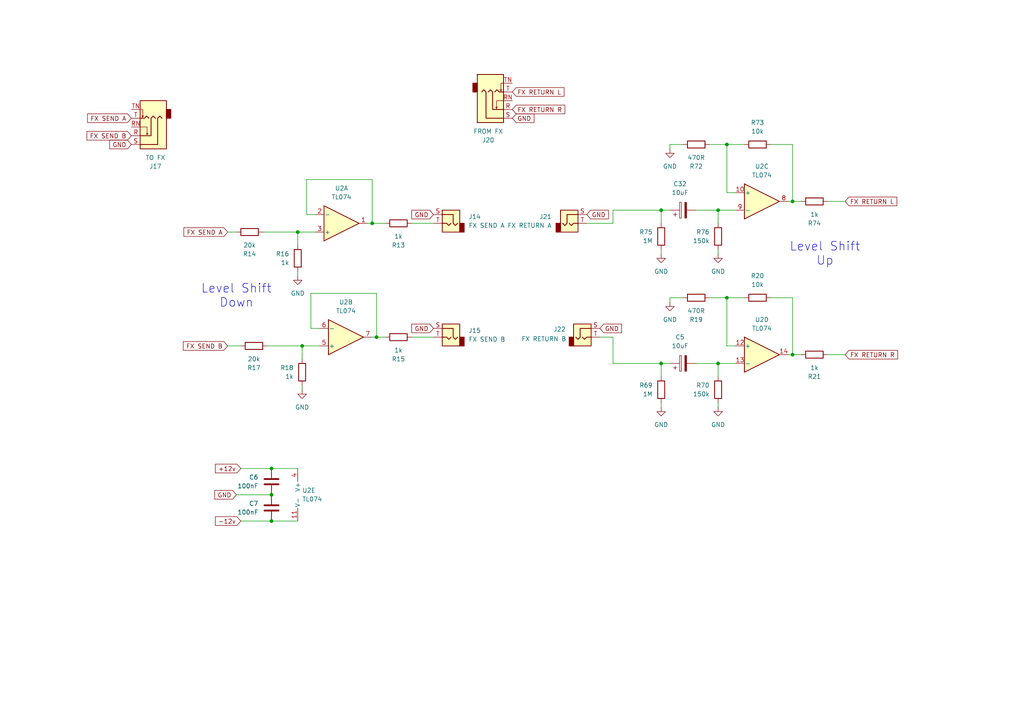
<source format=kicad_sch>
(kicad_sch (version 20231120) (generator "eeschema") (generator_version "8.0")
  (paper "A4")
  (title_block (title "Audio Thing Template") (rev "1.0") (company "velvia-fifty") (comment 1 "https://github.com/velvia-fifty/AudioThings") (comment 2 "You should have changed this already :)") (comment 4 "Stay humble"))
  (lib_symbols
    (symbol "Amplifier_Operational:TL074" (pin_names (offset 0.127))
      (property "Reference" "U" (at 0 5.08 0))
      (property "Value" "TL074" (at 0 -5.08 0))
      (symbol "TL074_1_1"
        (polyline (pts (xy -5.08 5.08) (xy 5.08 0) (xy -5.08 -5.08) (xy -5.08 5.08)) (stroke (width 0.254)) (fill (type background)))
        (pin output line (at 7.62 0 180) (length 2.54) (name "~") (number "1"))
        (pin input line (at -7.62 -2.54 0) (length 2.54) (name "-") (number "2"))
        (pin input line (at -7.62 2.54 0) (length 2.54) (name "+") (number "3"))
      )
      (symbol "TL074_2_1"
        (polyline (pts (xy -5.08 5.08) (xy 5.08 0) (xy -5.08 -5.08) (xy -5.08 5.08)) (stroke (width 0.254)) (fill (type background)))
        (pin input line (at -7.62 2.54 0) (length 2.54) (name "+") (number "5"))
        (pin input line (at -7.62 -2.54 0) (length 2.54) (name "-") (number "6"))
        (pin output line (at 7.62 0 180) (length 2.54) (name "~") (number "7"))
      )
      (symbol "TL074_3_1"
        (polyline (pts (xy -5.08 5.08) (xy 5.08 0) (xy -5.08 -5.08) (xy -5.08 5.08)) (stroke (width 0.254)) (fill (type background)))
        (pin input line (at -7.62 2.54 0) (length 2.54) (name "+") (number "10"))
        (pin output line (at 7.62 0 180) (length 2.54) (name "~") (number "8"))
        (pin input line (at -7.62 -2.54 0) (length 2.54) (name "-") (number "9"))
      )
      (symbol "TL074_4_1"
        (polyline (pts (xy -5.08 5.08) (xy 5.08 0) (xy -5.08 -5.08) (xy -5.08 5.08)) (stroke (width 0.254)) (fill (type background)))
        (pin input line (at -7.62 2.54 0) (length 2.54) (name "+") (number "12"))
        (pin input line (at -7.62 -2.54 0) (length 2.54) (name "-") (number "13"))
        (pin output line (at 7.62 0 180) (length 2.54) (name "~") (number "14"))
      )
      (symbol "TL074_5_1"
        (pin power_in line (at -2.54 -7.62 90) (length 3.81) (name "V-") (number "11"))
        (pin power_in line (at -2.54 7.62 270) (length 3.81) (name "V+") (number "4"))
      )
    )
    (symbol "Connector_Audio:AudioJack2"
      (property "Reference" "J" (at 0 8.89 0))
      (property "Value" "AudioJack2" (at 0 6.35 0))
      (symbol "AudioJack2_0_1"
        (rectangle (start -3.81 0) (end -2.54 -2.54) (stroke (width 0.254)) (fill (type outline)))
        (rectangle (start -2.54 3.81) (end 2.54 -2.54) (stroke (width 0.254)) (fill (type background)))
        (polyline (pts (xy 0 0) (xy 0.635 -0.635) (xy 1.27 0) (xy 2.54 0)) (stroke (width 0.254)))
        (polyline (pts (xy 2.54 2.54) (xy -0.635 2.54) (xy -0.635 0) (xy -1.27 -0.635) (xy -1.905 0)) (stroke (width 0.254)))
      )
      (symbol "AudioJack2_1_1"
        (pin passive line (at 5.08 2.54 180) (length 2.54) (name "~") (number "S"))
        (pin passive line (at 5.08 0 180) (length 2.54) (name "~") (number "T"))
      )
    )
    (symbol "Connector_Audio:AudioJack3_SwitchTR"
      (property "Reference" "J" (at 0 8.89 0))
      (property "Value" "AudioJack3_SwitchTR" (at 0 6.35 0))
      (symbol "AudioJack3_SwitchTR_0_1"
        (rectangle (start -5.08 -5.08) (end -6.35 -7.62) (stroke (width 0.254)) (fill (type outline)))
        (polyline (pts (xy 0.508 -0.254) (xy 0.762 -0.762)))
        (polyline (pts (xy 1.778 -5.334) (xy 2.032 -5.842)))
        (polyline (pts (xy 0 -5.08) (xy 0.635 -5.715) (xy 1.27 -5.08) (xy 2.54 -5.08)) (stroke (width 0.254)))
        (polyline (pts (xy 2.54 -7.62) (xy 1.778 -7.62) (xy 1.778 -5.334) (xy 1.524 -5.842)))
        (polyline (pts (xy 2.54 -2.54) (xy 0.508 -2.54) (xy 0.508 -0.254) (xy 0.254 -0.762)))
        (polyline (pts (xy -1.905 -5.08) (xy -1.27 -5.715) (xy -0.635 -5.08) (xy -0.635 0) (xy 2.54 0)) (stroke (width 0.254)))
        (polyline (pts (xy 2.54 2.54) (xy -2.54 2.54) (xy -2.54 -5.08) (xy -3.175 -5.715) (xy -3.81 -5.08)) (stroke (width 0.254)))
        (rectangle (start 2.54 3.81) (end -5.08 -10.16) (stroke (width 0.254)) (fill (type background)))
      )
      (symbol "AudioJack3_SwitchTR_1_1"
        (pin passive line (at 5.08 0 180) (length 2.54) (name "~") (number "R"))
        (pin passive line (at 5.08 -2.54 180) (length 2.54) (name "~") (number "RN"))
        (pin passive line (at 5.08 2.54 180) (length 2.54) (name "~") (number "S"))
        (pin passive line (at 5.08 -5.08 180) (length 2.54) (name "~") (number "T"))
        (pin passive line (at 5.08 -7.62 180) (length 2.54) (name "~") (number "TN"))
      )
    )
    (symbol "Device:C" (pin_numbers hide) (pin_names (offset 0.254))
      (property "Reference" "C" (at 0.635 2.54 0))
      (property "Value" "C" (at 0.635 -2.54 0))
      (symbol "C_0_1"
        (polyline (pts (xy -2.032 -0.762) (xy 2.032 -0.762)) (stroke (width 0.508)))
        (polyline (pts (xy -2.032 0.762) (xy 2.032 0.762)) (stroke (width 0.508)))
      )
      (symbol "C_1_1"
        (pin passive line (at 0 3.81 270) (length 2.794) (name "~") (number "1"))
        (pin passive line (at 0 -3.81 90) (length 2.794) (name "~") (number "2"))
      )
    )
    (symbol "Device:C_Polarized" (pin_numbers hide) (pin_names (offset 0.254))
      (property "Reference" "C" (at 0.635 2.54 0))
      (property "Value" "C_Polarized" (at 0.635 -2.54 0))
      (symbol "C_Polarized_0_1"
        (rectangle (start -2.286 0.508) (end 2.286 1.016))
        (polyline (pts (xy -1.778 2.286) (xy -0.762 2.286)))
        (polyline (pts (xy -1.27 2.794) (xy -1.27 1.778)))
        (rectangle (start 2.286 -0.508) (end -2.286 -1.016) (fill (type outline)))
      )
      (symbol "C_Polarized_1_1"
        (pin passive line (at 0 3.81 270) (length 2.794) (name "~") (number "1"))
        (pin passive line (at 0 -3.81 90) (length 2.794) (name "~") (number "2"))
      )
    )
    (symbol "Device:R" (pin_numbers hide) (pin_names (offset 0))
      (property "Reference" "R" (at 2.032 0 90))
      (property "Value" "R" (at 0 0 90))
      (symbol "R_0_1"
        (rectangle (start -1.016 -2.54) (end 1.016 2.54) (stroke (width 0.254)))
      )
      (symbol "R_1_1"
        (pin passive line (at 0 3.81 270) (length 1.27) (name "~") (number "1"))
        (pin passive line (at 0 -3.81 90) (length 1.27) (name "~") (number "2"))
      )
    )
    (symbol "power:GND" (power) (pin_numbers hide) (pin_names (offset 0) hide)
      (property "Value" "GND" (at 0 -3.81 0))
      (symbol "GND_0_1"
        (polyline (pts (xy 0 0) (xy 0 -1.27) (xy 1.27 -1.27) (xy 0 -2.54) (xy -1.27 -1.27) (xy 0 -1.27)))
      )
      (symbol "GND_1_1"
        (pin power_in line (at 0 0 270) (length 0) (name "~") (number "1"))
      )
    )
  )
  (junction (at 191.77 60.96))
  (junction (at 210.82 86.36))
  (junction (at 208.28 105.41))
  (junction (at 208.28 60.96))
  (junction (at 210.82 41.91))
  (junction (at 86.36 67.31))
  (junction (at 78.74 135.89))
  (junction (at 191.77 105.41))
  (junction (at 109.22 97.79))
  (junction (at 87.63 100.33))
  (junction (at 229.87 102.87))
  (junction (at 78.74 151.13))
  (junction (at 229.87 58.42))
  (junction (at 107.95 64.77))
  (junction (at 78.74 143.51))
  (wire (pts (xy 68.58 143.51) (xy 78.74 143.51)))
  (wire (pts (xy 107.95 52.07) (xy 107.95 64.77)))
  (wire (pts (xy 191.77 60.96) (xy 194.31 60.96)))
  (wire (pts (xy 229.87 58.42) (xy 228.6 58.42)))
  (wire (pts (xy 90.17 85.09) (xy 109.22 85.09)))
  (wire (pts (xy 191.77 109.22) (xy 191.77 105.41)))
  (wire (pts (xy 191.77 72.39) (xy 191.77 73.66)))
  (wire (pts (xy 210.82 55.88) (xy 210.82 41.91)))
  (wire (pts (xy 177.8 105.41) (xy 177.8 97.79)))
  (wire (pts (xy 91.44 62.23) (xy 88.9 62.23)))
  (wire (pts (xy 119.38 97.79) (xy 125.73 97.79)))
  (wire (pts (xy 76.2 67.31) (xy 86.36 67.31)))
  (wire (pts (xy 173.99 97.79) (xy 177.8 97.79)))
  (wire (pts (xy 191.77 105.41) (xy 194.31 105.41)))
  (wire (pts (xy 205.74 41.91) (xy 210.82 41.91)))
  (wire (pts (xy 208.28 72.39) (xy 208.28 73.66)))
  (wire (pts (xy 177.8 60.96) (xy 191.77 60.96)))
  (wire (pts (xy 191.77 116.84) (xy 191.77 118.11)))
  (wire (pts (xy 232.41 102.87) (xy 229.87 102.87)))
  (wire (pts (xy 87.63 111.76) (xy 87.63 113.03)))
  (wire (pts (xy 191.77 64.77) (xy 191.77 60.96)))
  (wire (pts (xy 210.82 41.91) (xy 215.9 41.91)))
  (wire (pts (xy 208.28 64.77) (xy 208.28 60.96)))
  (wire (pts (xy 245.11 58.42) (xy 240.03 58.42)))
  (wire (pts (xy 194.31 41.91) (xy 198.12 41.91)))
  (wire (pts (xy 78.74 135.89) (xy 86.36 135.89)))
  (wire (pts (xy 88.9 62.23) (xy 88.9 52.07)))
  (wire (pts (xy 92.71 95.25) (xy 90.17 95.25)))
  (wire (pts (xy 177.8 64.77) (xy 177.8 60.96)))
  (wire (pts (xy 208.28 109.22) (xy 208.28 105.41)))
  (wire (pts (xy 177.8 105.41) (xy 191.77 105.41)))
  (wire (pts (xy 223.52 41.91) (xy 229.87 41.91)))
  (wire (pts (xy 86.36 78.74) (xy 86.36 80.01)))
  (wire (pts (xy 109.22 85.09) (xy 109.22 97.79)))
  (wire (pts (xy 229.87 86.36) (xy 229.87 102.87)))
  (wire (pts (xy 111.76 64.77) (xy 107.95 64.77)))
  (wire (pts (xy 88.9 52.07) (xy 107.95 52.07)))
  (wire (pts (xy 66.04 67.31) (xy 68.58 67.31)))
  (wire (pts (xy 210.82 86.36) (xy 215.9 86.36)))
  (wire (pts (xy 205.74 86.36) (xy 210.82 86.36)))
  (wire (pts (xy 77.47 100.33) (xy 87.63 100.33)))
  (wire (pts (xy 213.36 60.96) (xy 208.28 60.96)))
  (wire (pts (xy 69.85 135.89) (xy 78.74 135.89)))
  (wire (pts (xy 213.36 100.33) (xy 210.82 100.33)))
  (wire (pts (xy 213.36 105.41) (xy 208.28 105.41)))
  (wire (pts (xy 194.31 87.63) (xy 194.31 86.36)))
  (wire (pts (xy 229.87 41.91) (xy 229.87 58.42)))
  (wire (pts (xy 106.68 64.77) (xy 107.95 64.77)))
  (wire (pts (xy 78.74 151.13) (xy 86.36 151.13)))
  (wire (pts (xy 66.04 100.33) (xy 69.85 100.33)))
  (wire (pts (xy 92.71 100.33) (xy 87.63 100.33)))
  (wire (pts (xy 91.44 67.31) (xy 86.36 67.31)))
  (wire (pts (xy 223.52 86.36) (xy 229.87 86.36)))
  (wire (pts (xy 87.63 100.33) (xy 87.63 104.14)))
  (wire (pts (xy 208.28 60.96) (xy 201.93 60.96)))
  (wire (pts (xy 69.85 151.13) (xy 78.74 151.13)))
  (wire (pts (xy 170.18 64.77) (xy 177.8 64.77)))
  (wire (pts (xy 208.28 105.41) (xy 201.93 105.41)))
  (wire (pts (xy 125.73 64.77) (xy 119.38 64.77)))
  (wire (pts (xy 213.36 55.88) (xy 210.82 55.88)))
  (wire (pts (xy 111.76 97.79) (xy 109.22 97.79)))
  (wire (pts (xy 232.41 58.42) (xy 229.87 58.42)))
  (wire (pts (xy 107.95 97.79) (xy 109.22 97.79)))
  (wire (pts (xy 245.11 102.87) (xy 240.03 102.87)))
  (wire (pts (xy 208.28 116.84) (xy 208.28 118.11)))
  (wire (pts (xy 229.87 102.87) (xy 228.6 102.87)))
  (wire (pts (xy 194.31 43.18) (xy 194.31 41.91)))
  (wire (pts (xy 90.17 95.25) (xy 90.17 85.09)))
  (wire (pts (xy 210.82 100.33) (xy 210.82 86.36)))
  (wire (pts (xy 194.31 86.36) (xy 198.12 86.36)))
  (wire (pts (xy 86.36 67.31) (xy 86.36 71.12)))
  (text "Level Shift\nDown" (at 68.58 85.852 0) (effects (font (size 2.54 2.54))))
  (text "Level Shift\nUp" (at 239.268 73.66 0) (effects (font (size 2.54 2.54))))
  (global_label "FX SEND A" (shape input) (at 66.04 67.31 180) (property "Intersheetrefs" "${INTERSHEET_REFS}" (effects (hide yes))))
  (global_label "GND" (shape input) (at 173.99 95.25 0) (property "Intersheetrefs" "${INTERSHEET_REFS}" (effects (hide yes))))
  (global_label "FX RETURN R" (shape input) (at 148.59 31.75 0) (property "Intersheetrefs" "${INTERSHEET_REFS}" (effects (hide yes))))
  (global_label "GND" (shape input) (at 125.73 62.23 180) (property "Intersheetrefs" "${INTERSHEET_REFS}" (effects (hide yes))))
  (global_label "GND" (shape input) (at 125.73 95.25 180) (property "Intersheetrefs" "${INTERSHEET_REFS}" (effects (hide yes))))
  (global_label "GND" (shape input) (at 68.58 143.51 180) (property "Intersheetrefs" "${INTERSHEET_REFS}" (effects (hide yes))))
  (global_label "FX SEND A" (shape input) (at 38.1 34.29 180) (property "Intersheetrefs" "${INTERSHEET_REFS}" (effects (hide yes))))
  (global_label "GND" (shape input) (at 38.1 41.91 180) (property "Intersheetrefs" "${INTERSHEET_REFS}" (effects (hide yes))))
  (global_label "FX SEND B" (shape input) (at 66.04 100.33 180) (property "Intersheetrefs" "${INTERSHEET_REFS}" (effects (hide yes))))
  (global_label "-12v" (shape input) (at 69.85 151.13 180) (property "Intersheetrefs" "${INTERSHEET_REFS}" (effects (hide yes))))
  (global_label "FX SEND B" (shape input) (at 38.1 39.37 180) (property "Intersheetrefs" "${INTERSHEET_REFS}" (effects (hide yes))))
  (global_label "FX RETURN R" (shape input) (at 245.11 102.87 0) (property "Intersheetrefs" "${INTERSHEET_REFS}" (effects (hide yes))))
  (global_label "+12v" (shape input) (at 69.85 135.89 180) (property "Intersheetrefs" "${INTERSHEET_REFS}" (effects (hide yes))))
  (global_label "GND" (shape input) (at 148.59 34.29 0) (property "Intersheetrefs" "${INTERSHEET_REFS}" (effects (hide yes))))
  (global_label "FX RETURN L" (shape input) (at 148.59 26.67 0) (property "Intersheetrefs" "${INTERSHEET_REFS}" (effects (hide yes))))
  (global_label "FX RETURN L" (shape input) (at 245.11 58.42 0) (property "Intersheetrefs" "${INTERSHEET_REFS}" (effects (hide yes))))
  (global_label "GND" (shape input) (at 170.18 62.23 0) (property "Intersheetrefs" "${INTERSHEET_REFS}" (effects (hide yes))))
  (symbol (lib_id "Amplifier_Operational:TL074") (at 220.98 102.87 0) (unit 4)
    (property "Reference" "U2" (at 220.98 92.71 0))
    (property "Value" "TL074" (at 220.98 95.25 0))
    (property "Footprint" "Package_SO:TSSOP-14_4.4x5mm_P0.65mm" (effects (hide yes)))
    (property "Datasheet" "http://www.ti.com/lit/ds/symlink/tl071.pdf" (effects (hide yes)))
    (property "Description" "Quad Low-Noise JFET-Input Operational Amplifiers, DIP-14/SOIC-14" (effects (hide yes)))
  )
  (symbol (lib_id "Device:R") (at 191.77 113.03 0) (mirror x) (unit 1)
    (property "Reference" "R69" (at 189.3116 111.7599 0) (effects (justify right)))
    (property "Value" "1M" (at 189.3116 114.2999 0) (effects (justify right)))
    (property "Footprint" "Resistor_SMD:R_0805_2012Metric_Pad1.20x1.40mm_HandSolder" (effects (hide yes)))
    (property "Description" "Resistor" (effects (hide yes)))
  )
  (symbol (lib_id "Device:R") (at 208.28 113.03 0) (mirror x) (unit 1)
    (property "Reference" "R70" (at 205.8216 111.7599 0) (effects (justify right)))
    (property "Value" "150k" (at 205.8216 114.2999 0) (effects (justify right)))
    (property "Footprint" "Resistor_SMD:R_0805_2012Metric_Pad1.20x1.40mm_HandSolder" (effects (hide yes)))
    (property "Description" "Resistor" (effects (hide yes)))
  )
  (symbol (lib_id "power:GND") (at 194.31 43.18 0) (unit 1)
    (property "Reference" "#PWR030" (effects (hide yes)))
    (property "Value" "GND" (at 194.31 48.26 0))
    (property "Description" "Power symbol creates a global label with name \"GND\" , ground" (effects (hide yes)))
  )
  (symbol (lib_id "power:GND") (at 86.36 80.01 0) (unit 1)
    (property "Reference" "#PWR026" (effects (hide yes)))
    (property "Value" "GND" (at 86.36 85.09 0))
    (property "Description" "Power symbol creates a global label with name \"GND\" , ground" (effects (hide yes)))
  )
  (symbol (lib_id "Device:C_Polarized") (at 198.12 60.96 90) (unit 1)
    (property "Reference" "C32" (at 197.231 53.34 90))
    (property "Value" "10uF" (at 197.231 55.88 90))
    (property "Footprint" "Capacitor_SMD:CP_Elec_5x5.4" (effects (hide yes)))
    (property "Datasheet" "https://www.digikey.com/en/products/detail/nichicon/UUQ1V100MCL1GB/1963930" (effects (hide yes)))
    (property "Description" "Polarized capacitor" (effects (hide yes)))
  )
  (symbol (lib_id "power:GND") (at 87.63 113.03 0) (unit 1)
    (property "Reference" "#PWR027" (effects (hide yes)))
    (property "Value" "GND" (at 87.63 118.11 0))
    (property "Description" "Power symbol creates a global label with name \"GND\" , ground" (effects (hide yes)))
  )
  (symbol (lib_id "Device:R") (at 72.39 67.31 90) (mirror x) (unit 1)
    (property "Reference" "R14" (at 72.39 73.66 90))
    (property "Value" "20k" (at 72.39 71.12 90))
    (property "Footprint" "Resistor_SMD:R_0805_2012Metric_Pad1.20x1.40mm_HandSolder" (effects (hide yes)))
    (property "Description" "Resistor" (effects (hide yes)))
  )
  (symbol (lib_id "Device:R") (at 201.93 41.91 90) (mirror x) (unit 1)
    (property "Reference" "R72" (at 201.93 48.26 90))
    (property "Value" "470R" (at 201.93 45.72 90))
    (property "Footprint" "Resistor_SMD:R_0805_2012Metric_Pad1.20x1.40mm_HandSolder" (effects (hide yes)))
    (property "Description" "Resistor" (effects (hide yes)))
  )
  (symbol (lib_id "power:GND") (at 208.28 118.11 0) (unit 1)
    (property "Reference" "#PWR033" (effects (hide yes)))
    (property "Value" "GND" (at 208.28 123.19 0))
    (property "Description" "Power symbol creates a global label with name \"GND\" , ground" (effects (hide yes)))
  )
  (symbol (lib_id "Connector_Audio:AudioJack3_SwitchTR") (at 143.51 31.75 0) (mirror x) (unit 1)
    (property "Reference" "J20" (at 141.605 40.64 0))
    (property "Value" "FROM FX" (at 141.605 38.1 0))
    (property "Footprint" "AT-Footprints:SJ3-3505" (effects (hide yes)))
    (property "Description" "Audio Jack, 3 Poles (Stereo / TRS), Switched TR Poles (Normalling)" (effects (hide yes)))
  )
  (symbol (lib_id "Device:R") (at 208.28 68.58 0) (mirror x) (unit 1)
    (property "Reference" "R76" (at 205.8216 67.3099 0) (effects (justify right)))
    (property "Value" "150k" (at 205.8216 69.8499 0) (effects (justify right)))
    (property "Footprint" "Resistor_SMD:R_0805_2012Metric_Pad1.20x1.40mm_HandSolder" (effects (hide yes)))
    (property "Description" "Resistor" (effects (hide yes)))
  )
  (symbol (lib_id "power:GND") (at 194.31 87.63 0) (unit 1)
    (property "Reference" "#PWR028" (effects (hide yes)))
    (property "Value" "GND" (at 194.31 92.71 0))
    (property "Description" "Power symbol creates a global label with name \"GND\" , ground" (effects (hide yes)))
  )
  (symbol (lib_id "Device:R") (at 201.93 86.36 90) (mirror x) (unit 1)
    (property "Reference" "R19" (at 201.93 92.71 90))
    (property "Value" "470R" (at 201.93 90.17 90))
    (property "Footprint" "Resistor_SMD:R_0805_2012Metric_Pad1.20x1.40mm_HandSolder" (effects (hide yes)))
    (property "Description" "Resistor" (effects (hide yes)))
  )
  (symbol (lib_id "Device:R") (at 219.71 86.36 90) (unit 1)
    (property "Reference" "R20" (at 219.71 80.01 90))
    (property "Value" "10k" (at 219.71 82.55 90))
    (property "Footprint" "Resistor_SMD:R_0805_2012Metric_Pad1.20x1.40mm_HandSolder" (effects (hide yes)))
    (property "Description" "Resistor" (effects (hide yes)))
  )
  (symbol (lib_id "Connector_Audio:AudioJack3_SwitchTR") (at 43.18 39.37 180) (unit 1)
    (property "Reference" "J17" (at 45.085 48.26 0))
    (property "Value" "TO FX" (at 45.085 45.72 0))
    (property "Footprint" "AT-Footprints:SJ3-3505" (effects (hide yes)))
    (property "Description" "Audio Jack, 3 Poles (Stereo / TRS), Switched TR Poles (Normalling)" (effects (hide yes)))
  )
  (symbol (lib_id "Device:R") (at 236.22 102.87 90) (mirror x) (unit 1)
    (property "Reference" "R21" (at 236.22 109.22 90))
    (property "Value" "1k" (at 236.22 106.68 90))
    (property "Footprint" "Resistor_SMD:R_0805_2012Metric_Pad1.20x1.40mm_HandSolder" (effects (hide yes)))
    (property "Description" "Resistor" (effects (hide yes)))
  )
  (symbol (lib_id "Amplifier_Operational:TL074") (at 220.98 58.42 0) (unit 3)
    (property "Reference" "U2" (at 220.98 48.26 0))
    (property "Value" "TL074" (at 220.98 50.8 0))
    (property "Footprint" "Package_SO:TSSOP-14_4.4x5mm_P0.65mm" (effects (hide yes)))
    (property "Datasheet" "http://www.ti.com/lit/ds/symlink/tl071.pdf" (effects (hide yes)))
    (property "Description" "Quad Low-Noise JFET-Input Operational Amplifiers, DIP-14/SOIC-14" (effects (hide yes)))
  )
  (symbol (lib_id "Amplifier_Operational:TL074") (at 99.06 64.77 0) (mirror x) (unit 1)
    (property "Reference" "U2" (at 99.06 54.61 0))
    (property "Value" "TL074" (at 99.06 57.15 0))
    (property "Footprint" "Package_SO:TSSOP-14_4.4x5mm_P0.65mm" (effects (hide yes)))
    (property "Datasheet" "http://www.ti.com/lit/ds/symlink/tl071.pdf" (effects (hide yes)))
    (property "Description" "Quad Low-Noise JFET-Input Operational Amplifiers, DIP-14/SOIC-14" (effects (hide yes)))
  )
  (symbol (lib_id "power:GND") (at 191.77 118.11 0) (unit 1)
    (property "Reference" "#PWR029" (effects (hide yes)))
    (property "Value" "GND" (at 191.77 123.19 0))
    (property "Description" "Power symbol creates a global label with name \"GND\" , ground" (effects (hide yes)))
  )
  (symbol (lib_id "Amplifier_Operational:TL074") (at 100.33 97.79 0) (mirror x) (unit 2)
    (property "Reference" "U2" (at 100.33 87.63 0))
    (property "Value" "TL074" (at 100.33 90.17 0))
    (property "Footprint" "Package_SO:TSSOP-14_4.4x5mm_P0.65mm" (effects (hide yes)))
    (property "Datasheet" "http://www.ti.com/lit/ds/symlink/tl071.pdf" (effects (hide yes)))
    (property "Description" "Quad Low-Noise JFET-Input Operational Amplifiers, DIP-14/SOIC-14" (effects (hide yes)))
  )
  (symbol (lib_id "Device:R") (at 115.57 64.77 90) (mirror x) (unit 1)
    (property "Reference" "R13" (at 115.57 71.12 90))
    (property "Value" "1k" (at 115.57 68.58 90))
    (property "Footprint" "Resistor_SMD:R_0805_2012Metric_Pad1.20x1.40mm_HandSolder" (effects (hide yes)))
    (property "Description" "Resistor" (effects (hide yes)))
  )
  (symbol (lib_id "power:GND") (at 191.77 73.66 0) (unit 1)
    (property "Reference" "#PWR031" (effects (hide yes)))
    (property "Value" "GND" (at 191.77 78.74 0))
    (property "Description" "Power symbol creates a global label with name \"GND\" , ground" (effects (hide yes)))
  )
  (symbol (lib_id "power:GND") (at 208.28 73.66 0) (unit 1)
    (property "Reference" "#PWR032" (effects (hide yes)))
    (property "Value" "GND" (at 208.28 78.74 0))
    (property "Description" "Power symbol creates a global label with name \"GND\" , ground" (effects (hide yes)))
  )
  (symbol (lib_id "Device:C_Polarized") (at 198.12 105.41 90) (unit 1)
    (property "Reference" "C5" (at 197.231 97.79 90))
    (property "Value" "10uF" (at 197.231 100.33 90))
    (property "Footprint" "Capacitor_SMD:CP_Elec_5x5.4" (effects (hide yes)))
    (property "Datasheet" "https://www.digikey.com/en/products/detail/nichicon/UUQ1V100MCL1GB/1963930" (effects (hide yes)))
    (property "Description" "Polarized capacitor" (effects (hide yes)))
  )
  (symbol (lib_id "Device:C") (at 78.74 147.32 0) (mirror x) (unit 1)
    (property "Reference" "C7" (at 74.93 146.0499 0) (effects (justify right)))
    (property "Value" "100nF" (at 74.93 148.5899 0) (effects (justify right)))
    (property "Footprint" "Capacitor_SMD:C_0805_2012Metric_Pad1.18x1.45mm_HandSolder" (effects (hide yes)))
    (property "Description" "Unpolarized capacitor" (effects (hide yes)))
  )
  (symbol (lib_id "Connector_Audio:AudioJack2") (at 130.81 97.79 0) (mirror y) (unit 1)
    (property "Reference" "J15" (at 135.89 95.8849 0) (effects (justify right)))
    (property "Value" "FX SEND B" (at 135.89 98.4249 0) (effects (justify right)))
    (property "Footprint" "AT-Footprints:SJ3-3505" (effects (hide yes)))
    (property "Description" "Audio Jack, 2 Poles (Mono / TS)" (effects (hide yes)))
  )
  (symbol (lib_id "Device:R") (at 236.22 58.42 90) (mirror x) (unit 1)
    (property "Reference" "R74" (at 236.22 64.77 90))
    (property "Value" "1k" (at 236.22 62.23 90))
    (property "Footprint" "Resistor_SMD:R_0805_2012Metric_Pad1.20x1.40mm_HandSolder" (effects (hide yes)))
    (property "Description" "Resistor" (effects (hide yes)))
  )
  (symbol (lib_id "Device:R") (at 191.77 68.58 0) (mirror x) (unit 1)
    (property "Reference" "R75" (at 189.3116 67.3099 0) (effects (justify right)))
    (property "Value" "1M" (at 189.3116 69.8499 0) (effects (justify right)))
    (property "Footprint" "Resistor_SMD:R_0805_2012Metric_Pad1.20x1.40mm_HandSolder" (effects (hide yes)))
    (property "Description" "Resistor" (effects (hide yes)))
  )
  (symbol (lib_id "Connector_Audio:AudioJack2") (at 130.81 64.77 0) (mirror y) (unit 1)
    (property "Reference" "J14" (at 135.89 62.8649 0) (effects (justify right)))
    (property "Value" "FX SEND A" (at 135.89 65.4049 0) (effects (justify right)))
    (property "Footprint" "AT-Footprints:Quarter Inch" (effects (hide yes)))
    (property "Description" "Audio Jack, 2 Poles (Mono / TS)" (effects (hide yes)))
  )
  (symbol (lib_id "Amplifier_Operational:TL074") (at 88.9 143.51 0) (unit 5)
    (property "Reference" "U2" (at 87.63 142.2399 0) (effects (justify left)))
    (property "Value" "TL074" (at 87.63 144.7799 0) (effects (justify left)))
    (property "Footprint" "Package_SO:TSSOP-14_4.4x5mm_P0.65mm" (effects (hide yes)))
    (property "Datasheet" "http://www.ti.com/lit/ds/symlink/tl071.pdf" (effects (hide yes)))
    (property "Description" "Quad Low-Noise JFET-Input Operational Amplifiers, DIP-14/SOIC-14" (effects (hide yes)))
  )
  (symbol (lib_id "Device:R") (at 87.63 107.95 0) (mirror x) (unit 1)
    (property "Reference" "R18" (at 85.1716 106.6799 0) (effects (justify right)))
    (property "Value" "1k" (at 85.1716 109.2199 0) (effects (justify right)))
    (property "Footprint" "Resistor_SMD:R_0805_2012Metric_Pad1.20x1.40mm_HandSolder" (effects (hide yes)))
    (property "Description" "Resistor" (effects (hide yes)))
  )
  (symbol (lib_id "Connector_Audio:AudioJack2") (at 168.91 97.79 0) (unit 1)
    (property "Reference" "J22" (at 162.306 95.504 0))
    (property "Value" "FX RETURN B" (at 157.734 98.298 0))
    (property "Footprint" "AT-Footprints:SJ3-3505" (effects (hide yes)))
    (property "Description" "Audio Jack, 2 Poles (Mono / TS)" (effects (hide yes)))
  )
  (symbol (lib_id "Connector_Audio:AudioJack2") (at 165.1 64.77 0) (unit 1)
    (property "Reference" "J21" (at 160.02 62.8649 0) (effects (justify right)))
    (property "Value" "FX RETURN A" (at 160.02 65.4049 0) (effects (justify right)))
    (property "Footprint" "AT-Footprints:Quarter Inch" (effects (hide yes)))
    (property "Description" "Audio Jack, 2 Poles (Mono / TS)" (effects (hide yes)))
  )
  (symbol (lib_id "Device:C") (at 78.74 139.7 0) (mirror x) (unit 1)
    (property "Reference" "C6" (at 74.93 138.4299 0) (effects (justify right)))
    (property "Value" "100nF" (at 74.93 140.9699 0) (effects (justify right)))
    (property "Footprint" "Capacitor_SMD:C_0805_2012Metric_Pad1.18x1.45mm_HandSolder" (effects (hide yes)))
    (property "Description" "Unpolarized capacitor" (effects (hide yes)))
  )
  (symbol (lib_id "Device:R") (at 86.36 74.93 0) (mirror x) (unit 1)
    (property "Reference" "R16" (at 83.9016 73.6599 0) (effects (justify right)))
    (property "Value" "1k" (at 83.9016 76.1999 0) (effects (justify right)))
    (property "Footprint" "Resistor_SMD:R_0805_2012Metric_Pad1.20x1.40mm_HandSolder" (effects (hide yes)))
    (property "Description" "Resistor" (effects (hide yes)))
  )
  (symbol (lib_id "Device:R") (at 219.71 41.91 90) (unit 1)
    (property "Reference" "R73" (at 219.71 35.56 90))
    (property "Value" "10k" (at 219.71 38.1 90))
    (property "Footprint" "Resistor_SMD:R_0805_2012Metric_Pad1.20x1.40mm_HandSolder" (effects (hide yes)))
    (property "Description" "Resistor" (effects (hide yes)))
  )
  (symbol (lib_id "Device:R") (at 115.57 97.79 90) (mirror x) (unit 1)
    (property "Reference" "R15" (at 115.57 104.14 90))
    (property "Value" "1k" (at 115.57 101.6 90))
    (property "Footprint" "Resistor_SMD:R_0805_2012Metric_Pad1.20x1.40mm_HandSolder" (effects (hide yes)))
    (property "Description" "Resistor" (effects (hide yes)))
  )
  (symbol (lib_id "Device:R") (at 73.66 100.33 90) (mirror x) (unit 1)
    (property "Reference" "R17" (at 73.66 106.68 90))
    (property "Value" "20k" (at 73.66 104.14 90))
    (property "Footprint" "Resistor_SMD:R_0805_2012Metric_Pad1.20x1.40mm_HandSolder" (effects (hide yes)))
    (property "Description" "Resistor" (effects (hide yes)))
  )
)
</source>
